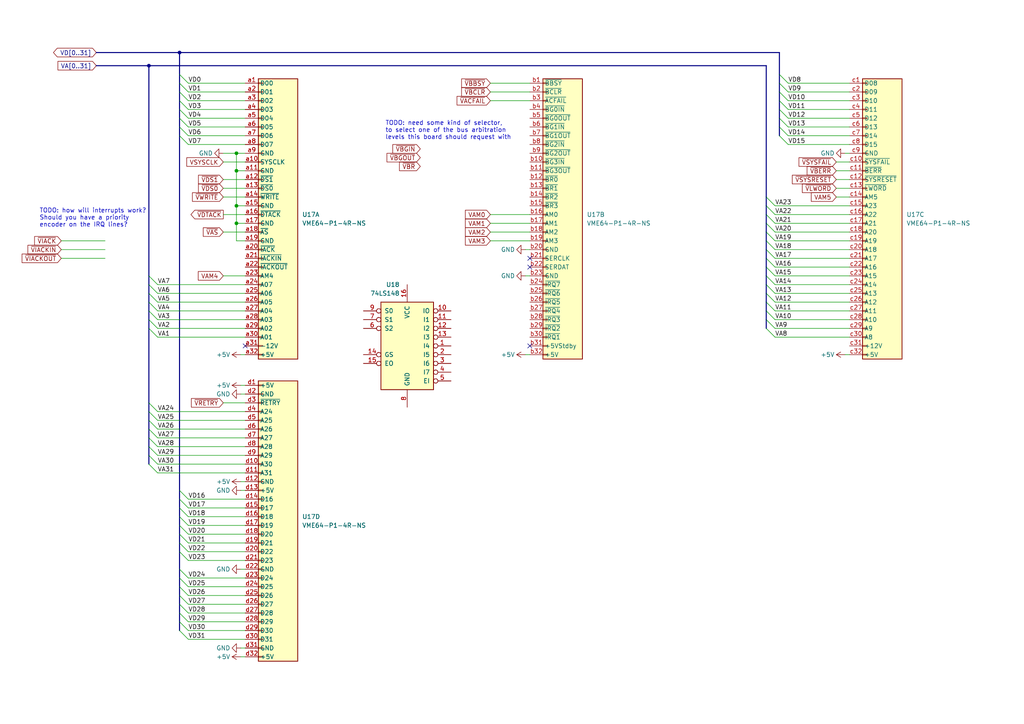
<source format=kicad_sch>
(kicad_sch (version 20231120) (generator "eeschema") (generator_version "8.0")
  (paper "A4")
  (title_block (title "k30-VME32") (rev "1"))
  (lib_symbols
    (symbol "74xx:74LS148" (pin_names (offset 1.016))
      (property "Reference" "U" (at -7.62 13.97 0))
      (property "Value" "74LS148" (at -7.62 -13.97 0))
      (symbol "74LS148_1_0"
        (pin input inverted (at -12.7 0 0) (length 5.08) (name "I4") (number "1"))
        (pin input inverted (at -12.7 10.16 0) (length 5.08) (name "IO") (number "10"))
        (pin input inverted (at -12.7 7.62 0) (length 5.08) (name "I1") (number "11"))
        (pin input inverted (at -12.7 5.08 0) (length 5.08) (name "I2") (number "12"))
        (pin input inverted (at -12.7 2.54 0) (length 5.08) (name "I3") (number "13"))
        (pin output inverted (at 12.7 -2.54 180) (length 5.08) (name "GS") (number "14"))
        (pin output inverted (at 12.7 -5.08 180) (length 5.08) (name "EO") (number "15"))
        (pin power_in line (at 0 17.78 270) (length 5.08) (name "VCC") (number "16"))
        (pin input inverted (at -12.7 -2.54 0) (length 5.08) (name "I5") (number "2"))
        (pin input inverted (at -12.7 -5.08 0) (length 5.08) (name "I6") (number "3"))
        (pin input inverted (at -12.7 -7.62 0) (length 5.08) (name "I7") (number "4"))
        (pin input inverted (at -12.7 -10.16 0) (length 5.08) (name "EI") (number "5"))
        (pin output inverted (at 12.7 5.08 180) (length 5.08) (name "S2") (number "6"))
        (pin output inverted (at 12.7 7.62 180) (length 5.08) (name "S1") (number "7"))
        (pin power_in line (at 0 -17.78 90) (length 5.08) (name "GND") (number "8"))
        (pin output inverted (at 12.7 10.16 180) (length 5.08) (name "S0") (number "9"))
      )
      (symbol "74LS148_1_1"
        (rectangle (start -7.62 12.7) (end 7.62 -12.7) (stroke (width 0.254)) (fill (type background)))
      )
    )
    (symbol "Computie_Connectors:VME64-P1-4R-NS"
      (property "Reference" "U" (at 0 40.64 0))
      (property "Value" "VME64-P1-4R-NS" (at 0 40.64 0))
      (symbol "VME64-P1-4R-NS_1_1"
        (rectangle (start -1.27 -40.513) (end 0 -40.767) (stroke (width 0.1524)))
        (rectangle (start -1.27 -37.973) (end 0 -38.227) (stroke (width 0.1524)))
        (rectangle (start -1.27 -35.433) (end 0 -35.687) (stroke (width 0.1524)))
        (rectangle (start -1.27 -32.893) (end 0 -33.147) (stroke (width 0.1524)))
        (rectangle (start -1.27 -30.353) (end 0 -30.607) (stroke (width 0.1524)))
        (rectangle (start -1.27 -27.813) (end 0 -28.067) (stroke (width 0.1524)))
        (rectangle (start -1.27 -25.273) (end 0 -25.527) (stroke (width 0.1524)))
        (rectangle (start -1.27 -22.733) (end 0 -22.987) (stroke (width 0.1524)))
        (rectangle (start -1.27 -20.193) (end 0 -20.447) (stroke (width 0.1524)))
        (rectangle (start -1.27 -17.653) (end 0 -17.907) (stroke (width 0.1524)))
        (rectangle (start -1.27 -15.113) (end 0 -15.367) (stroke (width 0.1524)))
        (rectangle (start -1.27 -12.573) (end 0 -12.827) (stroke (width 0.1524)))
        (rectangle (start -1.27 -10.033) (end 0 -10.287) (stroke (width 0.1524)))
        (rectangle (start -1.27 -7.493) (end 0 -7.747) (stroke (width 0.1524)))
        (rectangle (start -1.27 -4.953) (end 0 -5.207) (stroke (width 0.1524)))
        (rectangle (start -1.27 -2.413) (end 0 -2.667) (stroke (width 0.1524)))
        (rectangle (start -1.27 0.127) (end 0 -0.127) (stroke (width 0.1524)))
        (rectangle (start -1.27 2.667) (end 0 2.413) (stroke (width 0.1524)))
        (rectangle (start -1.27 5.207) (end 0 4.953) (stroke (width 0.1524)))
        (rectangle (start -1.27 7.747) (end 0 7.493) (stroke (width 0.1524)))
        (rectangle (start -1.27 10.287) (end 0 10.033) (stroke (width 0.1524)))
        (rectangle (start -1.27 12.827) (end 0 12.573) (stroke (width 0.1524)))
        (rectangle (start -1.27 15.367) (end 0 15.113) (stroke (width 0.1524)))
        (rectangle (start -1.27 17.907) (end 0 17.653) (stroke (width 0.1524)))
        (rectangle (start -1.27 20.447) (end 0 20.193) (stroke (width 0.1524)))
        (rectangle (start -1.27 22.987) (end 0 22.733) (stroke (width 0.1524)))
        (rectangle (start -1.27 25.527) (end 0 25.273) (stroke (width 0.1524)))
        (rectangle (start -1.27 28.067) (end 0 27.813) (stroke (width 0.1524)))
        (rectangle (start -1.27 30.607) (end 0 30.353) (stroke (width 0.1524)))
        (rectangle (start -1.27 33.147) (end 0 32.893) (stroke (width 0.1524)))
        (rectangle (start -1.27 35.687) (end 0 35.433) (stroke (width 0.1524)))
        (rectangle (start -1.27 38.227) (end 0 37.973) (stroke (width 0.1524)))
        (rectangle (start -1.27 39.37) (end 10.16 -41.91) (stroke (width 0.254)) (fill (type background)))
        (pin bidirectional line (at -5.08 38.1 0) (length 3.81) (name "D00") (number "a1"))
        (pin output line (at -5.08 15.24 0) (length 3.81) (name "SYSCLK") (number "a10"))
        (pin power_in line (at -5.08 12.7 0) (length 3.81) (name "GND") (number "a11"))
        (pin bidirectional line (at -5.08 10.16 0) (length 3.81) (name "~{DS1}") (number "a12"))
        (pin bidirectional line (at -5.08 7.62 0) (length 3.81) (name "~{DS0}") (number "a13"))
        (pin bidirectional line (at -5.08 5.08 0) (length 3.81) (name "~{WRITE}") (number "a14"))
        (pin power_in line (at -5.08 2.54 0) (length 3.81) (name "GND") (number "a15"))
        (pin bidirectional line (at -5.08 0 0) (length 3.81) (name "~{DTACK}") (number "a16"))
        (pin power_in line (at -5.08 -2.54 0) (length 3.81) (name "GND") (number "a17"))
        (pin bidirectional line (at -5.08 -5.08 0) (length 3.81) (name "~{AS}") (number "a18"))
        (pin power_in line (at -5.08 -7.62 0) (length 3.81) (name "GND") (number "a19"))
        (pin bidirectional line (at -5.08 35.56 0) (length 3.81) (name "D01") (number "a2"))
        (pin bidirectional line (at -5.08 -10.16 0) (length 3.81) (name "~{IACK}") (number "a20"))
        (pin input line (at -5.08 -12.7 0) (length 3.81) (name "~{IACKIN}") (number "a21"))
        (pin output line (at -5.08 -15.24 0) (length 3.81) (name "~{IACKOUT}") (number "a22"))
        (pin bidirectional line (at -5.08 -17.78 0) (length 3.81) (name "AM4") (number "a23"))
        (pin bidirectional line (at -5.08 -20.32 0) (length 3.81) (name "A07") (number "a24"))
        (pin bidirectional line (at -5.08 -22.86 0) (length 3.81) (name "A06") (number "a25"))
        (pin bidirectional line (at -5.08 -25.4 0) (length 3.81) (name "A05") (number "a26"))
        (pin bidirectional line (at -5.08 -27.94 0) (length 3.81) (name "A04") (number "a27"))
        (pin bidirectional line (at -5.08 -30.48 0) (length 3.81) (name "A03") (number "a28"))
        (pin bidirectional line (at -5.08 -33.02 0) (length 3.81) (name "A02") (number "a29"))
        (pin bidirectional line (at -5.08 33.02 0) (length 3.81) (name "D02") (number "a3"))
        (pin bidirectional line (at -5.08 -35.56 0) (length 3.81) (name "A01") (number "a30"))
        (pin power_in line (at -5.08 -38.1 0) (length 3.81) (name "-12V") (number "a31"))
        (pin power_in line (at -5.08 -40.64 0) (length 3.81) (name "+5V") (number "a32"))
        (pin bidirectional line (at -5.08 30.48 0) (length 3.81) (name "D03") (number "a4"))
        (pin bidirectional line (at -5.08 27.94 0) (length 3.81) (name "D04") (number "a5"))
        (pin bidirectional line (at -5.08 25.4 0) (length 3.81) (name "D05") (number "a6"))
        (pin bidirectional line (at -5.08 22.86 0) (length 3.81) (name "D06") (number "a7"))
        (pin bidirectional line (at -5.08 20.32 0) (length 3.81) (name "D07") (number "a8"))
        (pin power_in line (at -5.08 17.78 0) (length 3.81) (name "GND") (number "a9"))
      )
      (symbol "VME64-P1-4R-NS_2_1"
        (rectangle (start -1.27 -40.513) (end 0 -40.767) (stroke (width 0.1524)))
        (rectangle (start -1.27 -37.973) (end 0 -38.227) (stroke (width 0.1524)))
        (rectangle (start -1.27 -35.433) (end 0 -35.687) (stroke (width 0.1524)))
        (rectangle (start -1.27 -32.893) (end 0 -33.147) (stroke (width 0.1524)))
        (rectangle (start -1.27 -30.353) (end 0 -30.607) (stroke (width 0.1524)))
        (rectangle (start -1.27 -27.813) (end 0 -28.067) (stroke (width 0.1524)))
        (rectangle (start -1.27 -25.273) (end 0 -25.527) (stroke (width 0.1524)))
        (rectangle (start -1.27 -22.733) (end 0 -22.987) (stroke (width 0.1524)))
        (rectangle (start -1.27 -20.193) (end 0 -20.447) (stroke (width 0.1524)))
        (rectangle (start -1.27 -17.653) (end 0 -17.907) (stroke (width 0.1524)))
        (rectangle (start -1.27 -15.113) (end 0 -15.367) (stroke (width 0.1524)))
        (rectangle (start -1.27 -12.573) (end 0 -12.827) (stroke (width 0.1524)))
        (rectangle (start -1.27 -10.033) (end 0 -10.287) (stroke (width 0.1524)))
        (rectangle (start -1.27 -7.493) (end 0 -7.747) (stroke (width 0.1524)))
        (rectangle (start -1.27 -4.953) (end 0 -5.207) (stroke (width 0.1524)))
        (rectangle (start -1.27 -2.413) (end 0 -2.667) (stroke (width 0.1524)))
        (rectangle (start -1.27 0.127) (end 0 -0.127) (stroke (width 0.1524)))
        (rectangle (start -1.27 2.667) (end 0 2.413) (stroke (width 0.1524)))
        (rectangle (start -1.27 5.207) (end 0 4.953) (stroke (width 0.1524)))
        (rectangle (start -1.27 7.747) (end 0 7.493) (stroke (width 0.1524)))
        (rectangle (start -1.27 10.287) (end 0 10.033) (stroke (width 0.1524)))
        (rectangle (start -1.27 12.827) (end 0 12.573) (stroke (width 0.1524)))
        (rectangle (start -1.27 15.367) (end 0 15.113) (stroke (width 0.1524)))
        (rectangle (start -1.27 17.907) (end 0 17.653) (stroke (width 0.1524)))
        (rectangle (start -1.27 20.447) (end 0 20.193) (stroke (width 0.1524)))
        (rectangle (start -1.27 22.987) (end 0 22.733) (stroke (width 0.1524)))
        (rectangle (start -1.27 25.527) (end 0 25.273) (stroke (width 0.1524)))
        (rectangle (start -1.27 28.067) (end 0 27.813) (stroke (width 0.1524)))
        (rectangle (start -1.27 30.607) (end 0 30.353) (stroke (width 0.1524)))
        (rectangle (start -1.27 33.147) (end 0 32.893) (stroke (width 0.1524)))
        (rectangle (start -1.27 35.687) (end 0 35.433) (stroke (width 0.1524)))
        (rectangle (start -1.27 38.227) (end 0 37.973) (stroke (width 0.1524)))
        (rectangle (start -1.27 39.37) (end 10.16 -41.91) (stroke (width 0.254)) (fill (type background)))
        (pin bidirectional line (at -5.08 38.1 0) (length 3.81) (name "~{BBSY}") (number "b1"))
        (pin input line (at -5.08 15.24 0) (length 3.81) (name "~{BG3IN}") (number "b10"))
        (pin output line (at -5.08 12.7 0) (length 3.81) (name "~{BG3OUT}") (number "b11"))
        (pin bidirectional line (at -5.08 10.16 0) (length 3.81) (name "~{BR0}") (number "b12"))
        (pin bidirectional line (at -5.08 7.62 0) (length 3.81) (name "~{BR1}") (number "b13"))
        (pin bidirectional line (at -5.08 5.08 0) (length 3.81) (name "~{BR2}") (number "b14"))
        (pin bidirectional line (at -5.08 2.54 0) (length 3.81) (name "~{BR3}") (number "b15"))
        (pin bidirectional line (at -5.08 0 0) (length 3.81) (name "AM0") (number "b16"))
        (pin bidirectional line (at -5.08 -2.54 0) (length 3.81) (name "AM1") (number "b17"))
        (pin bidirectional line (at -5.08 -5.08 0) (length 3.81) (name "AM2") (number "b18"))
        (pin bidirectional line (at -5.08 -7.62 0) (length 3.81) (name "AM3") (number "b19"))
        (pin bidirectional line (at -5.08 35.56 0) (length 3.81) (name "~{BCLR}") (number "b2"))
        (pin power_in line (at -5.08 -10.16 0) (length 3.81) (name "GND") (number "b20"))
        (pin bidirectional line (at -5.08 -12.7 0) (length 3.81) (name "SERCLK") (number "b21"))
        (pin bidirectional line (at -5.08 -15.24 0) (length 3.81) (name "SERDAT") (number "b22"))
        (pin power_in line (at -5.08 -17.78 0) (length 3.81) (name "GND") (number "b23"))
        (pin bidirectional line (at -5.08 -20.32 0) (length 3.81) (name "~{IRQ7}") (number "b24"))
        (pin bidirectional line (at -5.08 -22.86 0) (length 3.81) (name "~{IRQ6}") (number "b25"))
        (pin bidirectional line (at -5.08 -25.4 0) (length 3.81) (name "~{IRQ5}") (number "b26"))
        (pin bidirectional line (at -5.08 -27.94 0) (length 3.81) (name "~{IRQ4}") (number "b27"))
        (pin bidirectional line (at -5.08 -30.48 0) (length 3.81) (name "~{IRQ3}") (number "b28"))
        (pin bidirectional line (at -5.08 -33.02 0) (length 3.81) (name "~{IRQ2}") (number "b29"))
        (pin output line (at -5.08 33.02 0) (length 3.81) (name "~{ACFAIL}") (number "b3"))
        (pin bidirectional line (at -5.08 -35.56 0) (length 3.81) (name "~{IRQ1}") (number "b30"))
        (pin power_in line (at -5.08 -38.1 0) (length 3.81) (name "+5VStdby") (number "b31"))
        (pin power_in line (at -5.08 -40.64 0) (length 3.81) (name "+5V") (number "b32"))
        (pin input line (at -5.08 30.48 0) (length 3.81) (name "~{BG0IN}") (number "b4"))
        (pin output line (at -5.08 27.94 0) (length 3.81) (name "~{BG0OUT}") (number "b5"))
        (pin input line (at -5.08 25.4 0) (length 3.81) (name "~{BG1IN}") (number "b6"))
        (pin output line (at -5.08 22.86 0) (length 3.81) (name "~{BG1OUT}") (number "b7"))
        (pin input line (at -5.08 20.32 0) (length 3.81) (name "~{BG2IN}") (number "b8"))
        (pin output line (at -5.08 17.78 0) (length 3.81) (name "~{BG2OUT}") (number "b9"))
      )
      (symbol "VME64-P1-4R-NS_3_1"
        (rectangle (start -1.27 -40.513) (end 0 -40.767) (stroke (width 0.1524)))
        (rectangle (start -1.27 -37.973) (end 0 -38.227) (stroke (width 0.1524)))
        (rectangle (start -1.27 -35.433) (end 0 -35.687) (stroke (width 0.1524)))
        (rectangle (start -1.27 -32.893) (end 0 -33.147) (stroke (width 0.1524)))
        (rectangle (start -1.27 -30.353) (end 0 -30.607) (stroke (width 0.1524)))
        (rectangle (start -1.27 -27.813) (end 0 -28.067) (stroke (width 0.1524)))
        (rectangle (start -1.27 -25.273) (end 0 -25.527) (stroke (width 0.1524)))
        (rectangle (start -1.27 -22.733) (end 0 -22.987) (stroke (width 0.1524)))
        (rectangle (start -1.27 -20.193) (end 0 -20.447) (stroke (width 0.1524)))
        (rectangle (start -1.27 -17.653) (end 0 -17.907) (stroke (width 0.1524)))
        (rectangle (start -1.27 -15.113) (end 0 -15.367) (stroke (width 0.1524)))
        (rectangle (start -1.27 -12.573) (end 0 -12.827) (stroke (width 0.1524)))
        (rectangle (start -1.27 -10.033) (end 0 -10.287) (stroke (width 0.1524)))
        (rectangle (start -1.27 -7.493) (end 0 -7.747) (stroke (width 0.1524)))
        (rectangle (start -1.27 -4.953) (end 0 -5.207) (stroke (width 0.1524)))
        (rectangle (start -1.27 -2.413) (end 0 -2.667) (stroke (width 0.1524)))
        (rectangle (start -1.27 0.127) (end 0 -0.127) (stroke (width 0.1524)))
        (rectangle (start -1.27 2.667) (end 0 2.413) (stroke (width 0.1524)))
        (rectangle (start -1.27 5.207) (end 0 4.953) (stroke (width 0.1524)))
        (rectangle (start -1.27 7.747) (end 0 7.493) (stroke (width 0.1524)))
        (rectangle (start -1.27 10.287) (end 0 10.033) (stroke (width 0.1524)))
        (rectangle (start -1.27 12.827) (end 0 12.573) (stroke (width 0.1524)))
        (rectangle (start -1.27 15.367) (end 0 15.113) (stroke (width 0.1524)))
        (rectangle (start -1.27 17.907) (end 0 17.653) (stroke (width 0.1524)))
        (rectangle (start -1.27 20.447) (end 0 20.193) (stroke (width 0.1524)))
        (rectangle (start -1.27 22.987) (end 0 22.733) (stroke (width 0.1524)))
        (rectangle (start -1.27 25.527) (end 0 25.273) (stroke (width 0.1524)))
        (rectangle (start -1.27 28.067) (end 0 27.813) (stroke (width 0.1524)))
        (rectangle (start -1.27 30.607) (end 0 30.353) (stroke (width 0.1524)))
        (rectangle (start -1.27 33.147) (end 0 32.893) (stroke (width 0.1524)))
        (rectangle (start -1.27 35.687) (end 0 35.433) (stroke (width 0.1524)))
        (rectangle (start -1.27 38.227) (end 0 37.973) (stroke (width 0.1524)))
        (rectangle (start -1.27 39.37) (end 10.16 -41.91) (stroke (width 0.254)) (fill (type background)))
        (pin bidirectional line (at -5.08 38.1 0) (length 3.81) (name "D08") (number "c1"))
        (pin bidirectional line (at -5.08 15.24 0) (length 3.81) (name "~{SYSFAIL}") (number "c10"))
        (pin bidirectional line (at -5.08 12.7 0) (length 3.81) (name "~{BERR}") (number "c11"))
        (pin bidirectional line (at -5.08 10.16 0) (length 3.81) (name "~{SYSRESET}") (number "c12"))
        (pin bidirectional line (at -5.08 7.62 0) (length 3.81) (name "~{LWORD}") (number "c13"))
        (pin bidirectional line (at -5.08 5.08 0) (length 3.81) (name "AM5") (number "c14"))
        (pin bidirectional line (at -5.08 2.54 0) (length 3.81) (name "A23") (number "c15"))
        (pin bidirectional line (at -5.08 0 0) (length 3.81) (name "A22") (number "c16"))
        (pin bidirectional line (at -5.08 -2.54 0) (length 3.81) (name "A21") (number "c17"))
        (pin bidirectional line (at -5.08 -5.08 0) (length 3.81) (name "A20") (number "c18"))
        (pin bidirectional line (at -5.08 -7.62 0) (length 3.81) (name "A19") (number "c19"))
        (pin bidirectional line (at -5.08 35.56 0) (length 3.81) (name "D09") (number "c2"))
        (pin bidirectional line (at -5.08 -10.16 0) (length 3.81) (name "A18") (number "c20"))
        (pin bidirectional line (at -5.08 -12.7 0) (length 3.81) (name "A17") (number "c21"))
        (pin bidirectional line (at -5.08 -15.24 0) (length 3.81) (name "A16") (number "c22"))
        (pin bidirectional line (at -5.08 -17.78 0) (length 3.81) (name "A15") (number "c23"))
        (pin bidirectional line (at -5.08 -20.32 0) (length 3.81) (name "A14") (number "c24"))
        (pin bidirectional line (at -5.08 -22.86 0) (length 3.81) (name "A13") (number "c25"))
        (pin bidirectional line (at -5.08 -25.4 0) (length 3.81) (name "A12") (number "c26"))
        (pin bidirectional line (at -5.08 -27.94 0) (length 3.81) (name "A11") (number "c27"))
        (pin bidirectional line (at -5.08 -30.48 0) (length 3.81) (name "A10") (number "c28"))
        (pin bidirectional line (at -5.08 -33.02 0) (length 3.81) (name "A9") (number "c29"))
        (pin bidirectional line (at -5.08 33.02 0) (length 3.81) (name "D10") (number "c3"))
        (pin bidirectional line (at -5.08 -35.56 0) (length 3.81) (name "A8") (number "c30"))
        (pin power_in line (at -5.08 -38.1 0) (length 3.81) (name "+12V") (number "c31"))
        (pin power_in line (at -5.08 -40.64 0) (length 3.81) (name "+5V") (number "c32"))
        (pin bidirectional line (at -5.08 30.48 0) (length 3.81) (name "D11") (number "c4"))
        (pin bidirectional line (at -5.08 27.94 0) (length 3.81) (name "D12") (number "c5"))
        (pin bidirectional line (at -5.08 25.4 0) (length 3.81) (name "D13") (number "c6"))
        (pin bidirectional line (at -5.08 22.86 0) (length 3.81) (name "D14") (number "c7"))
        (pin bidirectional line (at -5.08 20.32 0) (length 3.81) (name "D15") (number "c8"))
        (pin power_in line (at -5.08 17.78 0) (length 3.81) (name "GND") (number "c9"))
      )
      (symbol "VME64-P1-4R-NS_4_1"
        (rectangle (start -1.27 -40.513) (end 0 -40.767) (stroke (width 0.1524)))
        (rectangle (start -1.27 -37.973) (end 0 -38.227) (stroke (width 0.1524)))
        (rectangle (start -1.27 -35.433) (end 0 -35.687) (stroke (width 0.1524)))
        (rectangle (start -1.27 -32.893) (end 0 -33.147) (stroke (width 0.1524)))
        (rectangle (start -1.27 -30.353) (end 0 -30.607) (stroke (width 0.1524)))
        (rectangle (start -1.27 -27.813) (end 0 -28.067) (stroke (width 0.1524)))
        (rectangle (start -1.27 -25.273) (end 0 -25.527) (stroke (width 0.1524)))
        (rectangle (start -1.27 -22.733) (end 0 -22.987) (stroke (width 0.1524)))
        (rectangle (start -1.27 -20.193) (end 0 -20.447) (stroke (width 0.1524)))
        (rectangle (start -1.27 -17.653) (end 0 -17.907) (stroke (width 0.1524)))
        (rectangle (start -1.27 -15.113) (end 0 -15.367) (stroke (width 0.1524)))
        (rectangle (start -1.27 -12.573) (end 0 -12.827) (stroke (width 0.1524)))
        (rectangle (start -1.27 -10.033) (end 0 -10.287) (stroke (width 0.1524)))
        (rectangle (start -1.27 -7.493) (end 0 -7.747) (stroke (width 0.1524)))
        (rectangle (start -1.27 -4.953) (end 0 -5.207) (stroke (width 0.1524)))
        (rectangle (start -1.27 -2.413) (end 0 -2.667) (stroke (width 0.1524)))
        (rectangle (start -1.27 0.127) (end 0 -0.127) (stroke (width 0.1524)))
        (rectangle (start -1.27 2.667) (end 0 2.413) (stroke (width 0.1524)))
        (rectangle (start -1.27 5.207) (end 0 4.953) (stroke (width 0.1524)))
        (rectangle (start -1.27 7.747) (end 0 7.493) (stroke (width 0.1524)))
        (rectangle (start -1.27 10.287) (end 0 10.033) (stroke (width 0.1524)))
        (rectangle (start -1.27 12.827) (end 0 12.573) (stroke (width 0.1524)))
        (rectangle (start -1.27 15.367) (end 0 15.113) (stroke (width 0.1524)))
        (rectangle (start -1.27 17.907) (end 0 17.653) (stroke (width 0.1524)))
        (rectangle (start -1.27 20.447) (end 0 20.193) (stroke (width 0.1524)))
        (rectangle (start -1.27 22.987) (end 0 22.733) (stroke (width 0.1524)))
        (rectangle (start -1.27 25.527) (end 0 25.273) (stroke (width 0.1524)))
        (rectangle (start -1.27 28.067) (end 0 27.813) (stroke (width 0.1524)))
        (rectangle (start -1.27 30.607) (end 0 30.353) (stroke (width 0.1524)))
        (rectangle (start -1.27 33.147) (end 0 32.893) (stroke (width 0.1524)))
        (rectangle (start -1.27 35.687) (end 0 35.433) (stroke (width 0.1524)))
        (rectangle (start -1.27 38.227) (end 0 37.973) (stroke (width 0.1524)))
        (rectangle (start -1.27 39.37) (end 10.16 -41.91) (stroke (width 0.254)) (fill (type background)))
        (pin power_in line (at -5.08 38.1 0) (length 3.81) (name "+5V") (number "d1"))
        (pin bidirectional line (at -5.08 15.24 0) (length 3.81) (name "A30") (number "d10"))
        (pin bidirectional line (at -5.08 12.7 0) (length 3.81) (name "A31") (number "d11"))
        (pin power_in line (at -5.08 10.16 0) (length 3.81) (name "GND") (number "d12"))
        (pin power_in line (at -5.08 7.62 0) (length 3.81) (name "+5V") (number "d13"))
        (pin bidirectional line (at -5.08 5.08 0) (length 3.81) (name "D16") (number "d14"))
        (pin bidirectional line (at -5.08 2.54 0) (length 3.81) (name "D17") (number "d15"))
        (pin bidirectional line (at -5.08 0 0) (length 3.81) (name "D18") (number "d16"))
        (pin bidirectional line (at -5.08 -2.54 0) (length 3.81) (name "D19") (number "d17"))
        (pin bidirectional line (at -5.08 -5.08 0) (length 3.81) (name "D20") (number "d18"))
        (pin bidirectional line (at -5.08 -7.62 0) (length 3.81) (name "D21") (number "d19"))
        (pin power_in line (at -5.08 35.56 0) (length 3.81) (name "GND") (number "d2"))
        (pin bidirectional line (at -5.08 -10.16 0) (length 3.81) (name "D22") (number "d20"))
        (pin bidirectional line (at -5.08 -12.7 0) (length 3.81) (name "D23") (number "d21"))
        (pin power_in line (at -5.08 -15.24 0) (length 3.81) (name "GND") (number "d22"))
        (pin bidirectional line (at -5.08 -17.78 0) (length 3.81) (name "D24") (number "d23"))
        (pin bidirectional line (at -5.08 -20.32 0) (length 3.81) (name "D25") (number "d24"))
        (pin bidirectional line (at -5.08 -22.86 0) (length 3.81) (name "D26") (number "d25"))
        (pin bidirectional line (at -5.08 -25.4 0) (length 3.81) (name "D27") (number "d26"))
        (pin bidirectional line (at -5.08 -27.94 0) (length 3.81) (name "D28") (number "d27"))
        (pin bidirectional line (at -5.08 -30.48 0) (length 3.81) (name "D29") (number "d28"))
        (pin bidirectional line (at -5.08 -33.02 0) (length 3.81) (name "D30") (number "d29"))
        (pin bidirectional line (at -5.08 33.02 0) (length 3.81) (name "~{RETRY}") (number "d3"))
        (pin bidirectional line (at -5.08 -35.56 0) (length 3.81) (name "D31") (number "d30"))
        (pin power_in line (at -5.08 -38.1 0) (length 3.81) (name "GND") (number "d31"))
        (pin power_in line (at -5.08 -40.64 0) (length 3.81) (name "+5V") (number "d32"))
        (pin bidirectional line (at -5.08 30.48 0) (length 3.81) (name "A24") (number "d4"))
        (pin bidirectional line (at -5.08 27.94 0) (length 3.81) (name "A25") (number "d5"))
        (pin bidirectional line (at -5.08 25.4 0) (length 3.81) (name "A26") (number "d6"))
        (pin bidirectional line (at -5.08 22.86 0) (length 3.81) (name "A27") (number "d7"))
        (pin bidirectional line (at -5.08 20.32 0) (length 3.81) (name "A28") (number "d8"))
        (pin bidirectional line (at -5.08 17.78 0) (length 3.81) (name "A29") (number "d9"))
      )
    )
    (symbol "power:+5V" (power) (pin_names (offset 0))
      (property "Value" "+5V" (at 0 3.556 0))
      (symbol "+5V_0_1"
        (polyline (pts (xy -0.762 1.27) (xy 0 2.54)))
        (polyline (pts (xy 0 0) (xy 0 2.54)))
        (polyline (pts (xy 0 2.54) (xy 0.762 1.27)))
      )
      (symbol "+5V_1_1"
        (pin power_in line (at 0 0 90) (length 0) hide (name "+5V") (number "1"))
      )
    )
    (symbol "power:GND" (power) (pin_names (offset 0))
      (property "Value" "GND" (at 0 -3.81 0))
      (symbol "GND_0_1"
        (polyline (pts (xy 0 0) (xy 0 -1.27) (xy 1.27 -1.27) (xy 0 -2.54) (xy -1.27 -1.27) (xy 0 -1.27)))
      )
      (symbol "GND_1_1"
        (pin power_in line (at 0 0 270) (length 0) hide (name "GND") (number "1"))
      )
    )
  )
  (junction (at 68.58 59.69))
  (junction (at 68.58 64.77))
  (junction (at 68.58 49.53))
  (junction (at 68.58 44.45))
  (junction (at 52.07 15.24))
  (junction (at 43.18 19.05))
  (no_connect (at 153.67 77.47))
  (no_connect (at 71.12 100.33))
  (no_connect (at 153.67 100.33))
  (no_connect (at 153.67 74.93))
  (bus_entry (at 228.6 24.13) (size -2.54 -2.54))
  (bus_entry (at 45.72 124.46) (size -2.54 -2.54))
  (bus_entry (at 54.61 162.56) (size -2.54 -2.54))
  (bus_entry (at 228.6 41.91) (size -2.54 -2.54))
  (bus_entry (at 54.61 36.83) (size -2.54 -2.54))
  (bus_entry (at 54.61 182.88) (size -2.54 -2.54))
  (bus_entry (at 45.72 85.09) (size -2.54 -2.54))
  (bus_entry (at 45.72 95.25) (size -2.54 -2.54))
  (bus_entry (at 224.79 62.23) (size -2.54 -2.54))
  (bus_entry (at 54.61 144.78) (size -2.54 -2.54))
  (bus_entry (at 224.79 90.17) (size -2.54 -2.54))
  (bus_entry (at 45.72 82.55) (size -2.54 -2.54))
  (bus_entry (at 54.61 177.8) (size -2.54 -2.54))
  (bus_entry (at 224.79 59.69) (size -2.54 -2.54))
  (bus_entry (at 54.61 170.18) (size -2.54 -2.54))
  (bus_entry (at 45.72 137.16) (size -2.54 -2.54))
  (bus_entry (at 224.79 95.25) (size -2.54 -2.54))
  (bus_entry (at 224.79 74.93) (size -2.54 -2.54))
  (bus_entry (at 224.79 64.77) (size -2.54 -2.54))
  (bus_entry (at 228.6 39.37) (size -2.54 -2.54))
  (bus_entry (at 224.79 69.85) (size -2.54 -2.54))
  (bus_entry (at 228.6 34.29) (size -2.54 -2.54))
  (bus_entry (at 54.61 167.64) (size -2.54 -2.54))
  (bus_entry (at 54.61 147.32) (size -2.54 -2.54))
  (bus_entry (at 54.61 157.48) (size -2.54 -2.54))
  (bus_entry (at 45.72 121.92) (size -2.54 -2.54))
  (bus_entry (at 224.79 67.31) (size -2.54 -2.54))
  (bus_entry (at 45.72 92.71) (size -2.54 -2.54))
  (bus_entry (at 45.72 134.62) (size -2.54 -2.54))
  (bus_entry (at 54.61 149.86) (size -2.54 -2.54))
  (bus_entry (at 54.61 172.72) (size -2.54 -2.54))
  (bus_entry (at 54.61 24.13) (size -2.54 -2.54))
  (bus_entry (at 228.6 29.21) (size -2.54 -2.54))
  (bus_entry (at 54.61 39.37) (size -2.54 -2.54))
  (bus_entry (at 224.79 97.79) (size -2.54 -2.54))
  (bus_entry (at 54.61 41.91) (size -2.54 -2.54))
  (bus_entry (at 54.61 160.02) (size -2.54 -2.54))
  (bus_entry (at 45.72 87.63) (size -2.54 -2.54))
  (bus_entry (at 54.61 154.94) (size -2.54 -2.54))
  (bus_entry (at 54.61 31.75) (size -2.54 -2.54))
  (bus_entry (at 54.61 175.26) (size -2.54 -2.54))
  (bus_entry (at 45.72 90.17) (size -2.54 -2.54))
  (bus_entry (at 54.61 34.29) (size -2.54 -2.54))
  (bus_entry (at 224.79 77.47) (size -2.54 -2.54))
  (bus_entry (at 54.61 180.34) (size -2.54 -2.54))
  (bus_entry (at 228.6 36.83) (size -2.54 -2.54))
  (bus_entry (at 45.72 129.54) (size -2.54 -2.54))
  (bus_entry (at 224.79 80.01) (size -2.54 -2.54))
  (bus_entry (at 224.79 72.39) (size -2.54 -2.54))
  (bus_entry (at 54.61 26.67) (size -2.54 -2.54))
  (bus_entry (at 224.79 87.63) (size -2.54 -2.54))
  (bus_entry (at 224.79 85.09) (size -2.54 -2.54))
  (bus_entry (at 45.72 127) (size -2.54 -2.54))
  (bus_entry (at 45.72 97.79) (size -2.54 -2.54))
  (bus_entry (at 228.6 26.67) (size -2.54 -2.54))
  (bus_entry (at 228.6 31.75) (size -2.54 -2.54))
  (bus_entry (at 224.79 92.71) (size -2.54 -2.54))
  (bus_entry (at 45.72 119.38) (size -2.54 -2.54))
  (bus_entry (at 45.72 132.08) (size -2.54 -2.54))
  (bus_entry (at 54.61 29.21) (size -2.54 -2.54))
  (bus_entry (at 54.61 185.42) (size -2.54 -2.54))
  (bus_entry (at 224.79 82.55) (size -2.54 -2.54))
  (bus_entry (at 54.61 152.4) (size -2.54 -2.54))
  (wire (pts (xy 54.61 39.37) (xy 71.12 39.37)))
  (bus (pts (xy 43.18 127) (xy 43.18 129.54)))
  (wire (pts (xy 64.77 46.99) (xy 71.12 46.99)))
  (wire (pts (xy 69.85 102.87) (xy 71.12 102.87)))
  (bus (pts (xy 52.07 147.32) (xy 52.07 149.86)))
  (wire (pts (xy 54.61 154.94) (xy 71.12 154.94)))
  (wire (pts (xy 71.12 114.3) (xy 69.85 114.3)))
  (wire (pts (xy 54.61 180.34) (xy 71.12 180.34)))
  (wire (pts (xy 69.85 111.76) (xy 71.12 111.76)))
  (wire (pts (xy 68.58 44.45) (xy 68.58 49.53)))
  (bus (pts (xy 52.07 177.8) (xy 52.07 180.34)))
  (wire (pts (xy 45.72 124.46) (xy 71.12 124.46)))
  (wire (pts (xy 224.79 62.23) (xy 246.38 62.23)))
  (bus (pts (xy 222.25 19.05) (xy 222.25 57.15)))
  (bus (pts (xy 43.18 129.54) (xy 43.18 132.08)))
  (bus (pts (xy 226.06 31.75) (xy 226.06 34.29)))
  (wire (pts (xy 71.12 44.45) (xy 68.58 44.45)))
  (wire (pts (xy 142.24 24.13) (xy 153.67 24.13)))
  (wire (pts (xy 64.77 44.45) (xy 68.58 44.45)))
  (bus (pts (xy 52.07 21.59) (xy 52.07 24.13)))
  (wire (pts (xy 68.58 59.69) (xy 71.12 59.69)))
  (bus (pts (xy 222.25 87.63) (xy 222.25 90.17)))
  (wire (pts (xy 45.72 129.54) (xy 71.12 129.54)))
  (bus (pts (xy 222.25 90.17) (xy 222.25 92.71)))
  (bus (pts (xy 222.25 82.55) (xy 222.25 85.09)))
  (wire (pts (xy 242.57 57.15) (xy 246.38 57.15)))
  (bus (pts (xy 43.18 116.84) (xy 43.18 119.38)))
  (wire (pts (xy 228.6 39.37) (xy 246.38 39.37)))
  (wire (pts (xy 224.79 69.85) (xy 246.38 69.85)))
  (wire (pts (xy 224.79 92.71) (xy 246.38 92.71)))
  (wire (pts (xy 68.58 69.85) (xy 71.12 69.85)))
  (wire (pts (xy 224.79 85.09) (xy 246.38 85.09)))
  (bus (pts (xy 52.07 15.24) (xy 52.07 21.59)))
  (wire (pts (xy 54.61 167.64) (xy 71.12 167.64)))
  (wire (pts (xy 224.79 67.31) (xy 246.38 67.31)))
  (wire (pts (xy 224.79 72.39) (xy 246.38 72.39)))
  (wire (pts (xy 30.48 72.39) (xy 17.78 72.39)))
  (bus (pts (xy 222.25 80.01) (xy 222.25 82.55)))
  (bus (pts (xy 52.07 170.18) (xy 52.07 172.72)))
  (wire (pts (xy 54.61 152.4) (xy 71.12 152.4)))
  (wire (pts (xy 242.57 46.99) (xy 246.38 46.99)))
  (bus (pts (xy 27.94 15.24) (xy 52.07 15.24)))
  (bus (pts (xy 222.25 64.77) (xy 222.25 67.31)))
  (bus (pts (xy 52.07 24.13) (xy 52.07 26.67)))
  (wire (pts (xy 64.77 67.31) (xy 71.12 67.31)))
  (wire (pts (xy 45.72 132.08) (xy 71.12 132.08)))
  (wire (pts (xy 45.72 134.62) (xy 71.12 134.62)))
  (wire (pts (xy 54.61 144.78) (xy 71.12 144.78)))
  (wire (pts (xy 68.58 64.77) (xy 68.58 69.85)))
  (wire (pts (xy 228.6 41.91) (xy 246.38 41.91)))
  (bus (pts (xy 43.18 95.25) (xy 43.18 92.71)))
  (wire (pts (xy 64.77 54.61) (xy 71.12 54.61)))
  (bus (pts (xy 43.18 119.38) (xy 43.18 121.92)))
  (wire (pts (xy 228.6 24.13) (xy 246.38 24.13)))
  (wire (pts (xy 45.72 92.71) (xy 71.12 92.71)))
  (wire (pts (xy 242.57 52.07) (xy 246.38 52.07)))
  (bus (pts (xy 52.07 26.67) (xy 52.07 29.21)))
  (wire (pts (xy 45.72 90.17) (xy 71.12 90.17)))
  (bus (pts (xy 52.07 142.24) (xy 52.07 144.78)))
  (wire (pts (xy 45.72 85.09) (xy 71.12 85.09)))
  (bus (pts (xy 43.18 95.25) (xy 43.18 116.84)))
  (wire (pts (xy 54.61 41.91) (xy 71.12 41.91)))
  (wire (pts (xy 64.77 57.15) (xy 71.12 57.15)))
  (wire (pts (xy 142.24 26.67) (xy 153.67 26.67)))
  (wire (pts (xy 152.4 80.01) (xy 153.67 80.01)))
  (wire (pts (xy 228.6 34.29) (xy 246.38 34.29)))
  (bus (pts (xy 43.18 90.17) (xy 43.18 87.63)))
  (bus (pts (xy 226.06 29.21) (xy 226.06 31.75)))
  (wire (pts (xy 54.61 162.56) (xy 71.12 162.56)))
  (wire (pts (xy 71.12 187.96) (xy 69.85 187.96)))
  (wire (pts (xy 64.77 116.84) (xy 71.12 116.84)))
  (wire (pts (xy 142.24 69.85) (xy 153.67 69.85)))
  (wire (pts (xy 224.79 74.93) (xy 246.38 74.93)))
  (bus (pts (xy 222.25 72.39) (xy 222.25 74.93)))
  (wire (pts (xy 64.77 80.01) (xy 71.12 80.01)))
  (bus (pts (xy 52.07 167.64) (xy 52.07 170.18)))
  (bus (pts (xy 52.07 160.02) (xy 52.07 165.1)))
  (wire (pts (xy 152.4 72.39) (xy 153.67 72.39)))
  (bus (pts (xy 52.07 165.1) (xy 52.07 167.64)))
  (wire (pts (xy 30.48 69.85) (xy 17.78 69.85)))
  (wire (pts (xy 224.79 80.01) (xy 246.38 80.01)))
  (wire (pts (xy 45.72 82.55) (xy 71.12 82.55)))
  (bus (pts (xy 226.06 15.24) (xy 226.06 21.59)))
  (wire (pts (xy 246.38 44.45) (xy 245.11 44.45)))
  (wire (pts (xy 224.79 90.17) (xy 246.38 90.17)))
  (wire (pts (xy 64.77 52.07) (xy 71.12 52.07)))
  (wire (pts (xy 71.12 64.77) (xy 68.58 64.77)))
  (wire (pts (xy 152.4 102.87) (xy 153.67 102.87)))
  (wire (pts (xy 228.6 36.83) (xy 246.38 36.83)))
  (bus (pts (xy 52.07 36.83) (xy 52.07 39.37)))
  (bus (pts (xy 43.18 19.05) (xy 222.25 19.05)))
  (wire (pts (xy 54.61 31.75) (xy 71.12 31.75)))
  (bus (pts (xy 222.25 57.15) (xy 222.25 59.69)))
  (wire (pts (xy 224.79 87.63) (xy 246.38 87.63)))
  (wire (pts (xy 69.85 139.7) (xy 71.12 139.7)))
  (bus (pts (xy 43.18 92.71) (xy 43.18 90.17)))
  (wire (pts (xy 242.57 54.61) (xy 246.38 54.61)))
  (wire (pts (xy 228.6 26.67) (xy 246.38 26.67)))
  (wire (pts (xy 54.61 149.86) (xy 71.12 149.86)))
  (wire (pts (xy 224.79 95.25) (xy 246.38 95.25)))
  (bus (pts (xy 43.18 82.55) (xy 43.18 85.09)))
  (wire (pts (xy 71.12 49.53) (xy 68.58 49.53)))
  (wire (pts (xy 45.72 121.92) (xy 71.12 121.92)))
  (wire (pts (xy 142.24 64.77) (xy 153.67 64.77)))
  (wire (pts (xy 45.72 137.16) (xy 71.12 137.16)))
  (wire (pts (xy 45.72 87.63) (xy 71.12 87.63)))
  (wire (pts (xy 228.6 31.75) (xy 246.38 31.75)))
  (wire (pts (xy 54.61 172.72) (xy 71.12 172.72)))
  (bus (pts (xy 43.18 87.63) (xy 43.18 85.09)))
  (bus (pts (xy 43.18 132.08) (xy 43.18 134.62)))
  (bus (pts (xy 226.06 34.29) (xy 226.06 36.83)))
  (wire (pts (xy 45.72 119.38) (xy 71.12 119.38)))
  (bus (pts (xy 43.18 121.92) (xy 43.18 124.46)))
  (bus (pts (xy 222.25 69.85) (xy 222.25 72.39)))
  (wire (pts (xy 54.61 29.21) (xy 71.12 29.21)))
  (wire (pts (xy 224.79 82.55) (xy 246.38 82.55)))
  (wire (pts (xy 54.61 182.88) (xy 71.12 182.88)))
  (bus (pts (xy 222.25 74.93) (xy 222.25 77.47)))
  (wire (pts (xy 142.24 67.31) (xy 153.67 67.31)))
  (wire (pts (xy 54.61 26.67) (xy 71.12 26.67)))
  (bus (pts (xy 52.07 154.94) (xy 52.07 157.48)))
  (wire (pts (xy 69.85 165.1) (xy 71.12 165.1)))
  (wire (pts (xy 142.24 62.23) (xy 153.67 62.23)))
  (wire (pts (xy 54.61 160.02) (xy 71.12 160.02)))
  (wire (pts (xy 224.79 77.47) (xy 246.38 77.47)))
  (wire (pts (xy 54.61 36.83) (xy 71.12 36.83)))
  (bus (pts (xy 52.07 152.4) (xy 52.07 154.94)))
  (wire (pts (xy 245.11 102.87) (xy 246.38 102.87)))
  (bus (pts (xy 52.07 31.75) (xy 52.07 34.29)))
  (wire (pts (xy 54.61 170.18) (xy 71.12 170.18)))
  (bus (pts (xy 52.07 15.24) (xy 226.06 15.24)))
  (bus (pts (xy 52.07 172.72) (xy 52.07 175.26)))
  (bus (pts (xy 222.25 77.47) (xy 222.25 80.01)))
  (bus (pts (xy 52.07 144.78) (xy 52.07 147.32)))
  (bus (pts (xy 43.18 80.01) (xy 43.18 82.55)))
  (wire (pts (xy 228.6 29.21) (xy 246.38 29.21)))
  (bus (pts (xy 222.25 59.69) (xy 222.25 62.23)))
  (bus (pts (xy 52.07 180.34) (xy 52.07 182.88)))
  (wire (pts (xy 64.77 62.23) (xy 71.12 62.23)))
  (bus (pts (xy 222.25 92.71) (xy 222.25 95.25)))
  (wire (pts (xy 45.72 95.25) (xy 71.12 95.25)))
  (wire (pts (xy 54.61 147.32) (xy 71.12 147.32)))
  (bus (pts (xy 52.07 175.26) (xy 52.07 177.8)))
  (bus (pts (xy 52.07 29.21) (xy 52.07 31.75)))
  (wire (pts (xy 54.61 185.42) (xy 71.12 185.42)))
  (bus (pts (xy 222.25 62.23) (xy 222.25 64.77)))
  (wire (pts (xy 242.57 49.53) (xy 246.38 49.53)))
  (bus (pts (xy 226.06 26.67) (xy 226.06 29.21)))
  (wire (pts (xy 68.58 59.69) (xy 68.58 64.77)))
  (wire (pts (xy 45.72 127) (xy 71.12 127)))
  (wire (pts (xy 54.61 24.13) (xy 71.12 24.13)))
  (wire (pts (xy 142.24 29.21) (xy 153.67 29.21)))
  (bus (pts (xy 43.18 19.05) (xy 43.18 80.01)))
  (wire (pts (xy 224.79 64.77) (xy 246.38 64.77)))
  (bus (pts (xy 222.25 67.31) (xy 222.25 69.85)))
  (bus (pts (xy 52.07 157.48) (xy 52.07 160.02)))
  (wire (pts (xy 54.61 157.48) (xy 71.12 157.48)))
  (wire (pts (xy 30.48 74.93) (xy 17.78 74.93)))
  (bus (pts (xy 226.06 24.13) (xy 226.06 26.67)))
  (bus (pts (xy 222.25 85.09) (xy 222.25 87.63)))
  (wire (pts (xy 224.79 97.79) (xy 246.38 97.79)))
  (wire (pts (xy 45.72 97.79) (xy 71.12 97.79)))
  (bus (pts (xy 226.06 36.83) (xy 226.06 39.37)))
  (bus (pts (xy 52.07 39.37) (xy 52.07 142.24)))
  (bus (pts (xy 226.06 21.59) (xy 226.06 24.13)))
  (wire (pts (xy 68.58 49.53) (xy 68.58 59.69)))
  (bus (pts (xy 43.18 124.46) (xy 43.18 127)))
  (bus (pts (xy 52.07 34.29) (xy 52.07 36.83)))
  (wire (pts (xy 224.79 59.69) (xy 246.38 59.69)))
  (wire (pts (xy 54.61 34.29) (xy 71.12 34.29)))
  (bus (pts (xy 52.07 149.86) (xy 52.07 152.4)))
  (wire (pts (xy 54.61 177.8) (xy 71.12 177.8)))
  (wire (pts (xy 69.85 190.5) (xy 71.12 190.5)))
  (wire (pts (xy 54.61 175.26) (xy 71.12 175.26)))
  (bus (pts (xy 27.94 19.05) (xy 43.18 19.05)))
  (wire (pts (xy 69.85 142.24) (xy 71.12 142.24)))
  (text "TODO: need some kind of selector,\nto select one of the bus arbitration\nlevels this board should request with" (at 111.76 40.64 0) (effects (font (size 1.27 1.27)) (justify left bottom)))
  (text "TODO: how will interrupts work?\nShould you have a priority\nencoder on the IRQ lines?" (at 11.43 66.04 0) (effects (font (size 1.27 1.27)) (justify left bottom)))
  (label "VD26" (at 54.61 172.72 0))
  (label "VD12" (at 228.6 34.29 0))
  (label "VA17" (at 224.79 74.93 0))
  (label "VD11" (at 228.6 31.75 0))
  (label "VD30" (at 54.61 182.88 0))
  (label "VD13" (at 228.6 36.83 0))
  (label "VD25" (at 54.61 170.18 0))
  (label "VA27" (at 45.72 127 0))
  (label "VA13" (at 224.79 85.09 0))
  (label "VA4" (at 45.72 90.17 0))
  (label "VA2" (at 45.72 95.25 0))
  (label "VA11" (at 224.79 90.17 0))
  (label "VD6" (at 54.61 39.37 0))
  (label "VD2" (at 54.61 29.21 0))
  (label "VD4" (at 54.61 34.29 0))
  (label "VA8" (at 224.79 97.79 0))
  (label "VA6" (at 45.72 85.09 0))
  (label "VD23" (at 54.61 162.56 0))
  (label "VA19" (at 224.79 69.85 0))
  (label "VA25" (at 45.72 121.92 0))
  (label "VA1" (at 45.72 97.79 0))
  (label "VA31" (at 45.72 137.16 0))
  (label "VA12" (at 224.79 87.63 0))
  (label "VD16" (at 54.61 144.78 0))
  (label "VD19" (at 54.61 152.4 0))
  (label "VA21" (at 224.79 64.77 0))
  (label "VA28" (at 45.72 129.54 0))
  (label "VD7" (at 54.61 41.91 0))
  (label "VA16" (at 224.79 77.47 0))
  (label "VA18" (at 224.79 72.39 0))
  (label "VD3" (at 54.61 31.75 0))
  (label "VD28" (at 54.61 177.8 0))
  (label "VD22" (at 54.61 160.02 0))
  (label "VD5" (at 54.61 36.83 0))
  (label "VA20" (at 224.79 67.31 0))
  (label "VD15" (at 228.6 41.91 0))
  (label "VA3" (at 45.72 92.71 0))
  (label "VA9" (at 224.79 95.25 0))
  (label "VA26" (at 45.72 124.46 0))
  (label "VA22" (at 224.79 62.23 0))
  (label "VA14" (at 224.79 82.55 0))
  (label "VD21" (at 54.61 157.48 0))
  (label "VA24" (at 45.72 119.38 0))
  (label "VA23" (at 224.79 59.69 0))
  (label "VA29" (at 45.72 132.08 0))
  (label "VD10" (at 228.6 29.21 0))
  (label "VD9" (at 228.6 26.67 0))
  (label "VD8" (at 228.6 24.13 0))
  (label "VA10" (at 224.79 92.71 0))
  (label "VD0" (at 54.61 24.13 0))
  (label "VD31" (at 54.61 185.42 0))
  (label "VD14" (at 228.6 39.37 0))
  (label "VD1" (at 54.61 26.67 0))
  (label "VD20" (at 54.61 154.94 0))
  (label "VD29" (at 54.61 180.34 0))
  (label "VD24" (at 54.61 167.64 0))
  (label "VA30" (at 45.72 134.62 0))
  (label "VD17" (at 54.61 147.32 0))
  (label "VD18" (at 54.61 149.86 0))
  (label "VA7" (at 45.72 82.55 0))
  (label "VA15" (at 224.79 80.01 0))
  (label "VA5" (at 45.72 87.63 0))
  (label "VD27" (at 54.61 175.26 0))
  (global_label "~{VWRITE}" (shape input) (at 64.77 57.15 180) (property "Intersheetrefs" "${INTERSHEET_REFS}" (effects (hide yes))))
  (global_label "~{VSYSFAIL}" (shape input) (at 242.57 46.99 180) (property "Intersheetrefs" "${INTERSHEET_REFS}" (effects (hide yes))))
  (global_label "VD[0..31]" (shape bidirectional) (at 27.94 15.24 180) (property "Intersheetrefs" "${INTERSHEET_REFS}" (effects (hide yes))))
  (global_label "VAM2" (shape input) (at 142.24 67.31 180) (property "Intersheetrefs" "${INTERSHEET_REFS}" (effects (hide yes))))
  (global_label "~{VAS}" (shape input) (at 64.77 67.31 180) (property "Intersheetrefs" "${INTERSHEET_REFS}" (effects (hide yes))))
  (global_label "VAM5" (shape input) (at 242.57 57.15 180) (property "Intersheetrefs" "${INTERSHEET_REFS}" (effects (hide yes))))
  (global_label "~{VIACKOUT}" (shape input) (at 17.78 74.93 180) (property "Intersheetrefs" "${INTERSHEET_REFS}" (effects (hide yes))))
  (global_label "VAM3" (shape input) (at 142.24 69.85 180) (property "Intersheetrefs" "${INTERSHEET_REFS}" (effects (hide yes))))
  (global_label "VSYSCLK" (shape input) (at 64.77 46.99 180) (property "Intersheetrefs" "${INTERSHEET_REFS}" (effects (hide yes))))
  (global_label "~{VBCLR}" (shape input) (at 142.24 26.67 180) (property "Intersheetrefs" "${INTERSHEET_REFS}" (effects (hide yes))))
  (global_label "~{VACFAIL}" (shape input) (at 142.24 29.21 180) (property "Intersheetrefs" "${INTERSHEET_REFS}" (effects (hide yes))))
  (global_label "VAM4" (shape input) (at 64.77 80.01 180) (property "Intersheetrefs" "${INTERSHEET_REFS}" (effects (hide yes))))
  (global_label "~{VRETRY}" (shape input) (at 64.77 116.84 180) (property "Intersheetrefs" "${INTERSHEET_REFS}" (effects (hide yes))))
  (global_label "~{VBERR}" (shape input) (at 242.57 49.53 180) (property "Intersheetrefs" "${INTERSHEET_REFS}" (effects (hide yes))))
  (global_label "~{VSYSRESET}" (shape input) (at 242.57 52.07 180) (property "Intersheetrefs" "${INTERSHEET_REFS}" (effects (hide yes))))
  (global_label "~{VDS1}" (shape input) (at 64.77 52.07 180) (property "Intersheetrefs" "${INTERSHEET_REFS}" (effects (hide yes))))
  (global_label "~{VDTACK}" (shape output) (at 64.77 62.23 180) (property "Intersheetrefs" "${INTERSHEET_REFS}" (effects (hide yes))))
  (global_label "VAM0" (shape input) (at 142.24 62.23 180) (property "Intersheetrefs" "${INTERSHEET_REFS}" (effects (hide yes))))
  (global_label "~{VBR}" (shape input) (at 121.92 48.26 180) (property "Intersheetrefs" "${INTERSHEET_REFS}" (effects (hide yes))))
  (global_label "VAM1" (shape input) (at 142.24 64.77 180) (property "Intersheetrefs" "${INTERSHEET_REFS}" (effects (hide yes))))
  (global_label "~{VLWORD}" (shape input) (at 242.57 54.61 180) (property "Intersheetrefs" "${INTERSHEET_REFS}" (effects (hide yes))))
  (global_label "~{VDS0}" (shape input) (at 64.77 54.61 180) (property "Intersheetrefs" "${INTERSHEET_REFS}" (effects (hide yes))))
  (global_label "~{VIACKIN}" (shape input) (at 17.78 72.39 180) (property "Intersheetrefs" "${INTERSHEET_REFS}" (effects (hide yes))))
  (global_label "VA[0..31]" (shape input) (at 27.94 19.05 180) (property "Intersheetrefs" "${INTERSHEET_REFS}" (effects (hide yes))))
  (global_label "~{VBBSY}" (shape input) (at 142.24 24.13 180) (property "Intersheetrefs" "${INTERSHEET_REFS}" (effects (hide yes))))
  (global_label "~{VBGOUT}" (shape input) (at 121.92 45.72 180) (property "Intersheetrefs" "${INTERSHEET_REFS}" (effects (hide yes))))
  (global_label "~{VIACK}" (shape input) (at 17.78 69.85 180) (property "Intersheetrefs" "${INTERSHEET_REFS}" (effects (hide yes))))
  (global_label "~{VBGIN}" (shape input) (at 121.92 43.18 180) (property "Intersheetrefs" "${INTERSHEET_REFS}" (effects (hide yes))))
  (symbol (lib_id "power:GND") (at 69.85 114.3 270) (unit 1)
    (property "Reference" "#PWR058" (effects (hide yes)))
    (property "Value" "GND" (at 64.77 114.3 90))
    (instances (project "IVC-k30" (path "" (reference "#PWR058") (unit 1)) (path "" (reference "#PWR032") (unit 1))) (project "k30-SBC" (path "" (reference "#PWR032") (unit 1))))
  )
  (symbol (lib_id "power:GND") (at 64.77 44.45 270) (unit 1)
    (property "Reference" "#PWR057" (effects (hide yes)))
    (property "Value" "GND" (at 59.69 44.45 90))
    (instances (project "IVC-k30" (path "" (reference "#PWR057") (unit 1)) (path "" (reference "#PWR032") (unit 1))) (project "k30-SBC" (path "" (reference "#PWR032") (unit 1))))
  )
  (symbol (lib_id "power:GND") (at 152.4 80.01 270) (unit 1)
    (property "Reference" "#PWR064" (effects (hide yes)))
    (property "Value" "GND" (at 147.32 80.01 90))
    (instances (project "IVC-k30" (path "" (reference "#PWR064") (unit 1)) (path "" (reference "#PWR032") (unit 1))) (project "k30-SBC" (path "" (reference "#PWR032") (unit 1))))
  )
  (symbol (lib_id "74xx:74LS148") (at 118.11 100.33 0) (mirror y) (unit 1)
    (property "Reference" "U18" (at 115.9159 82.55 0) (effects (justify left)))
    (property "Value" "74LS148" (at 115.9159 85.09 0) (effects (justify left)))
    (property "Datasheet" "http://www.ti.com/lit/gpn/sn74LS148" (effects (hide yes)))
  )
  (symbol (lib_id "Computie_Connectors:VME64-P1-4R-NS") (at 76.2 149.86 0) (unit 4)
    (property "Reference" "U17" (at 87.63 149.8599 0) (effects (justify left)))
    (property "Value" "VME64-P1-4R-NS" (at 87.63 152.3999 0) (effects (justify left)))
    (property "Footprint" "Computie_Connectors:DIN41612_C_4x32_Male_Horizontal_THT" (effects (hide yes)))
    (property "Description" "VME64 P1 (Board-side Headers), 4 Row (Non-Standard) DIN41612 Connector" (effects (hide yes)))
  )
  (symbol (lib_id "power:+5V") (at 69.85 139.7 90) (unit 1)
    (property "Reference" "#PWR060" (effects (hide yes)))
    (property "Value" "+5V" (at 64.77 139.7 90))
    (instances (project "IVC-k30" (path "" (reference "#PWR060") (unit 1)) (path "" (reference "#PWR01") (unit 1))) (project "k30-SBC" (path "" (reference "#PWR01") (unit 1))))
  )
  (symbol (lib_id "power:+5V") (at 245.11 102.87 90) (unit 1)
    (property "Reference" "#PWR053" (effects (hide yes)))
    (property "Value" "+5V" (at 240.03 102.87 90))
  )
  (symbol (lib_id "power:+5V") (at 152.4 102.87 90) (unit 1)
    (property "Reference" "#PWR050" (effects (hide yes)))
    (property "Value" "+5V" (at 147.32 102.87 90))
    (instances (project "IVC-k30" (path "" (reference "#PWR050") (unit 1)) (path "" (reference "#PWR01") (unit 1))) (project "k30-SBC" (path "" (reference "#PWR01") (unit 1))))
  )
  (symbol (lib_id "power:GND") (at 152.4 72.39 270) (unit 1)
    (property "Reference" "#PWR051" (effects (hide yes)))
    (property "Value" "GND" (at 147.32 72.39 90))
    (instances (project "IVC-k30" (path "" (reference "#PWR051") (unit 1)) (path "" (reference "#PWR032") (unit 1))) (project "k30-SBC" (path "" (reference "#PWR032") (unit 1))))
  )
  (symbol (lib_id "power:+5V") (at 69.85 102.87 90) (unit 1)
    (property "Reference" "#PWR048" (effects (hide yes)))
    (property "Value" "+5V" (at 64.77 102.87 90))
    (instances (project "IVC-k30" (path "" (reference "#PWR048") (unit 1)) (path "" (reference "#PWR01") (unit 1))) (project "k30-SBC" (path "" (reference "#PWR01") (unit 1))))
  )
  (symbol (lib_id "power:GND") (at 69.85 187.96 270) (unit 1)
    (property "Reference" "#PWR062" (effects (hide yes)))
    (property "Value" "GND" (at 64.77 187.96 90))
    (instances (project "IVC-k30" (path "" (reference "#PWR062") (unit 1)) (path "" (reference "#PWR032") (unit 1))) (project "k30-SBC" (path "" (reference "#PWR032") (unit 1))))
  )
  (symbol (lib_id "power:+5V") (at 69.85 111.76 90) (unit 1)
    (property "Reference" "#PWR063" (effects (hide yes)))
    (property "Value" "+5V" (at 64.77 111.76 90))
    (instances (project "IVC-k30" (path "" (reference "#PWR063") (unit 1)) (path "" (reference "#PWR01") (unit 1))) (project "k30-SBC" (path "" (reference "#PWR01") (unit 1))))
  )
  (symbol (lib_id "Computie_Connectors:VME64-P1-4R-NS") (at 158.75 62.23 0) (unit 2)
    (property "Reference" "U17" (at 170.18 62.2299 0) (effects (justify left)))
    (property "Value" "VME64-P1-4R-NS" (at 170.18 64.7699 0) (effects (justify left)))
    (property "Footprint" "Computie_Connectors:DIN41612_C_4x32_Male_Horizontal_THT" (effects (hide yes)))
    (property "Description" "VME64 P1 (Board-side Headers), 4 Row (Non-Standard) DIN41612 Connector" (effects (hide yes)))
  )
  (symbol (lib_id "Computie_Connectors:VME64-P1-4R-NS") (at 251.46 62.23 0) (unit 3)
    (property "Reference" "U17" (at 262.89 62.2299 0) (effects (justify left)))
    (property "Value" "VME64-P1-4R-NS" (at 262.89 64.7699 0) (effects (justify left)))
    (property "Footprint" "Computie_Connectors:DIN41612_C_4x32_Male_Horizontal_THT" (effects (hide yes)))
    (property "Description" "VME64 P1 (Board-side Headers), 4 Row (Non-Standard) DIN41612 Connector" (effects (hide yes)))
  )
  (symbol (lib_id "Computie_Connectors:VME64-P1-4R-NS") (at 76.2 62.23 0) (unit 1)
    (property "Reference" "U17" (at 87.63 62.2299 0) (effects (justify left)))
    (property "Value" "VME64-P1-4R-NS" (at 87.63 64.7699 0) (effects (justify left)))
    (property "Footprint" "Computie_Connectors:DIN41612_C_4x32_Male_Horizontal_THT" (effects (hide yes)))
    (property "Description" "VME64 P1 (Board-side Headers), 4 Row (Non-Standard) DIN41612 Connector" (effects (hide yes)))
  )
  (symbol (lib_id "power:GND") (at 69.85 165.1 270) (unit 1)
    (property "Reference" "#PWR061" (effects (hide yes)))
    (property "Value" "GND" (at 64.77 165.1 90))
    (instances (project "IVC-k30" (path "" (reference "#PWR061") (unit 1)) (path "" (reference "#PWR032") (unit 1))) (project "k30-SBC" (path "" (reference "#PWR032") (unit 1))))
  )
  (symbol (lib_id "power:GND") (at 69.85 142.24 270) (unit 1)
    (property "Reference" "#PWR059" (effects (hide yes)))
    (property "Value" "GND" (at 64.77 142.24 90))
    (instances (project "IVC-k30" (path "" (reference "#PWR059") (unit 1)) (path "" (reference "#PWR032") (unit 1))) (project "k30-SBC" (path "" (reference "#PWR032") (unit 1))))
  )
  (symbol (lib_id "power:GND") (at 245.11 44.45 270) (unit 1)
    (property "Reference" "#PWR052" (effects (hide yes)))
    (property "Value" "GND" (at 240.03 44.45 90))
    (property "Description" "Power symbol creates a global label with name \"GND\" , ground" (effects (hide yes)))
  )
  (symbol (lib_id "power:+5V") (at 69.85 190.5 90) (unit 1)
    (property "Reference" "#PWR049" (effects (hide yes)))
    (property "Value" "+5V" (at 64.77 190.5 90))
    (instances (project "IVC-k30" (path "" (reference "#PWR049") (unit 1)) (path "" (reference "#PWR01") (unit 1))) (project "k30-SBC" (path "" (reference "#PWR01") (unit 1))))
  )
)
</source>
